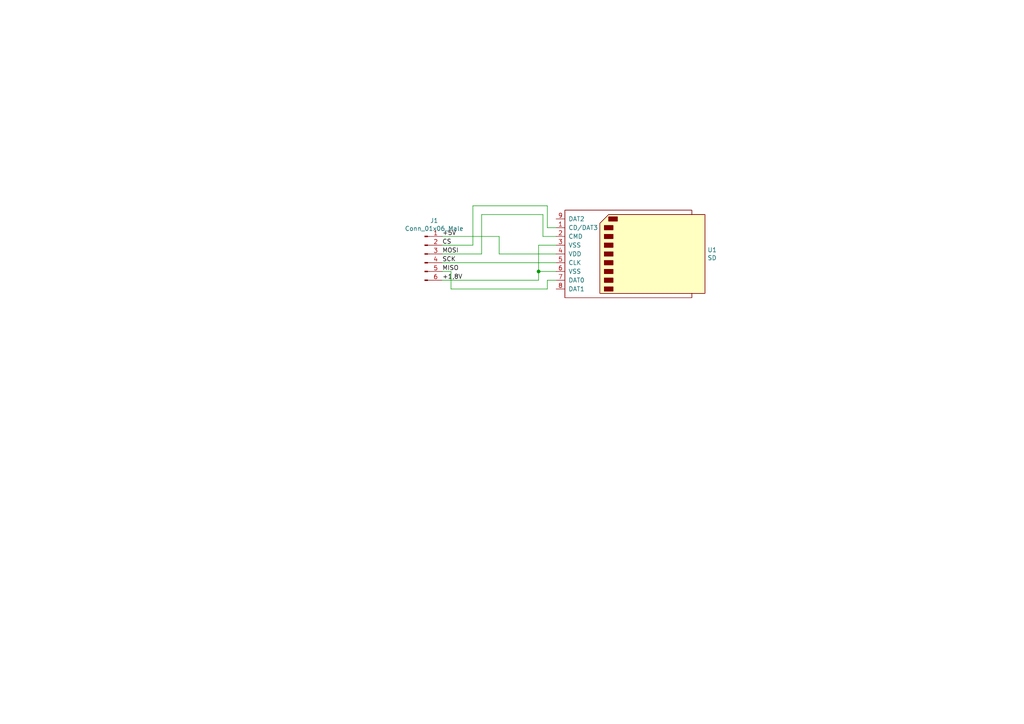
<source format=kicad_sch>
(kicad_sch (version 20211123) (generator eeschema)
  (paper "A4")
  (lib_symbols
    (symbol "Connector:Conn_01x06_Male" (pin_names (offset 1.016) hide)
      (property "Reference" "J" (at 0 7.62 0))
      (property "Value" "Conn_01x06_Male" (at 0 -10.16 0))
      (symbol "Conn_01x06_Male_1_1"
        (polyline (pts (xy 1.27 -7.62) (xy 0.8636 -7.62)) (stroke (width 0.1524)))
        (polyline (pts (xy 1.27 -5.08) (xy 0.8636 -5.08)) (stroke (width 0.1524)))
        (polyline (pts (xy 1.27 -2.54) (xy 0.8636 -2.54)) (stroke (width 0.1524)))
        (polyline (pts (xy 1.27 0) (xy 0.8636 0)) (stroke (width 0.1524)))
        (polyline (pts (xy 1.27 2.54) (xy 0.8636 2.54)) (stroke (width 0.1524)))
        (polyline (pts (xy 1.27 5.08) (xy 0.8636 5.08)) (stroke (width 0.1524)))
        (rectangle (start 0.8636 -7.493) (end 0 -7.747) (stroke (width 0.1524)) (fill (type outline)))
        (rectangle (start 0.8636 -4.953) (end 0 -5.207) (stroke (width 0.1524)) (fill (type outline)))
        (rectangle (start 0.8636 -2.413) (end 0 -2.667) (stroke (width 0.1524)) (fill (type outline)))
        (rectangle (start 0.8636 0.127) (end 0 -0.127) (stroke (width 0.1524)) (fill (type outline)))
        (rectangle (start 0.8636 2.667) (end 0 2.413) (stroke (width 0.1524)) (fill (type outline)))
        (rectangle (start 0.8636 5.207) (end 0 4.953) (stroke (width 0.1524)) (fill (type outline)))
        (pin passive line (at 5.08 5.08 180) (length 3.81) (name "Pin_1") (number "1"))
        (pin passive line (at 5.08 2.54 180) (length 3.81) (name "Pin_2") (number "2"))
        (pin passive line (at 5.08 0 180) (length 3.81) (name "Pin_3") (number "3"))
        (pin passive line (at 5.08 -2.54 180) (length 3.81) (name "Pin_4") (number "4"))
        (pin passive line (at 5.08 -5.08 180) (length 3.81) (name "Pin_5") (number "5"))
        (pin passive line (at 5.08 -7.62 180) (length 3.81) (name "Pin_6") (number "6"))
      )
    )
    (symbol "SD:SD" (pin_names (offset 1.016))
      (property "Reference" "U" (at 0 5.08 0))
      (property "Value" "SD" (at 0 7.62 0))
      (symbol "SD_0_1"
        (rectangle (start -8.89 -9.525) (end -6.35 -10.795) (fill (type outline)))
        (rectangle (start -8.89 -9.525) (end -6.35 -10.795) (fill (type outline)))
        (rectangle (start -8.89 -6.985) (end -6.35 -8.255) (fill (type outline)))
        (rectangle (start -8.89 -6.985) (end -6.35 -8.255) (fill (type outline)))
        (rectangle (start -8.89 -4.445) (end -6.35 -5.715) (fill (type outline)))
        (rectangle (start -8.89 -4.445) (end -6.35 -5.715) (fill (type outline)))
        (rectangle (start -8.89 -1.905) (end -6.35 -3.175) (fill (type outline)))
        (rectangle (start -8.89 -1.905) (end -6.35 -3.175) (fill (type outline)))
        (rectangle (start -8.89 0.635) (end -6.35 -0.635) (fill (type outline)))
        (rectangle (start -8.89 0.635) (end -6.35 -0.635) (fill (type outline)))
        (rectangle (start -8.89 3.175) (end -6.35 1.905) (fill (type outline)))
        (rectangle (start -8.89 3.175) (end -6.35 1.905) (fill (type outline)))
        (rectangle (start -8.89 5.715) (end -6.35 4.445) (fill (type outline)))
        (rectangle (start -8.89 5.715) (end -6.35 4.445) (fill (type outline)))
        (rectangle (start -8.89 8.255) (end -6.35 6.985) (fill (type outline)))
        (rectangle (start -8.89 8.255) (end -6.35 6.985) (fill (type outline)))
        (rectangle (start -7.62 10.795) (end -5.08 9.525) (fill (type outline)))
        (rectangle (start -7.62 10.795) (end -5.08 9.525) (fill (type outline)))
        (polyline (pts (xy -10.16 8.89) (xy -7.62 11.43) (xy 20.32 11.43) (xy 20.32 -11.43) (xy -10.16 -11.43) (xy -10.16 8.89)) (fill (type background)))
        (polyline (pts (xy -10.16 8.89) (xy -7.62 11.43) (xy 20.32 11.43) (xy 20.32 -11.43) (xy -10.16 -11.43) (xy -10.16 8.89)) (fill (type background)))
        (polyline (pts (xy 16.51 11.43) (xy 16.51 12.7) (xy -20.32 12.7) (xy -20.32 -12.7) (xy 16.51 -12.7) (xy 16.51 -11.43)))
        (polyline (pts (xy 16.51 11.43) (xy 16.51 12.7) (xy -20.32 12.7) (xy -20.32 -12.7) (xy 16.51 -12.7) (xy 16.51 -11.43)))
      )
      (symbol "SD_1_1"
        (pin input line (at -22.86 7.62 0) (length 2.54) (name "CD/DAT3") (number "1"))
        (pin input line (at -22.86 5.08 0) (length 2.54) (name "CMD") (number "2"))
        (pin power_in line (at -22.86 2.54 0) (length 2.54) (name "VSS") (number "3"))
        (pin power_in line (at -22.86 0 0) (length 2.54) (name "VDD") (number "4"))
        (pin input line (at -22.86 -2.54 0) (length 2.54) (name "CLK") (number "5"))
        (pin power_in line (at -22.86 -5.08 0) (length 2.54) (name "VSS") (number "6"))
        (pin input line (at -22.86 -7.62 0) (length 2.54) (name "DAT0") (number "7"))
        (pin input line (at -22.86 -10.16 0) (length 2.54) (name "DAT1") (number "8"))
        (pin input line (at -22.86 10.16 0) (length 2.54) (name "DAT2") (number "9"))
      )
    )
  )
  (junction (at 156.21 78.74))
  (wire (pts (xy 158.75 59.69) (xy 158.75 66.04)))
  (wire (pts (xy 161.29 78.74) (xy 156.21 78.74)))
  (wire (pts (xy 156.21 78.74) (xy 156.21 81.28)))
  (wire (pts (xy 139.7 73.66) (xy 128.27 73.66)))
  (wire (pts (xy 144.78 68.58) (xy 144.78 73.66)))
  (wire (pts (xy 158.75 81.28) (xy 158.75 83.82)))
  (wire (pts (xy 156.21 71.12) (xy 161.29 71.12)))
  (wire (pts (xy 161.29 73.66) (xy 144.78 73.66)))
  (wire (pts (xy 139.7 62.23) (xy 139.7 73.66)))
  (wire (pts (xy 156.21 71.12) (xy 156.21 78.74)))
  (wire (pts (xy 137.16 71.12) (xy 128.27 71.12)))
  (wire (pts (xy 144.78 68.58) (xy 128.27 68.58)))
  (wire (pts (xy 137.16 59.69) (xy 137.16 71.12)))
  (wire (pts (xy 158.75 66.04) (xy 161.29 66.04)))
  (wire (pts (xy 128.27 76.2) (xy 161.29 76.2)))
  (wire (pts (xy 158.75 83.82) (xy 130.81 83.82)))
  (wire (pts (xy 128.27 81.28) (xy 156.21 81.28)))
  (wire (pts (xy 130.81 78.74) (xy 128.27 78.74)))
  (wire (pts (xy 157.48 68.58) (xy 161.29 68.58)))
  (wire (pts (xy 130.81 83.82) (xy 130.81 78.74)))
  (wire (pts (xy 137.16 59.69) (xy 158.75 59.69)))
  (wire (pts (xy 161.29 81.28) (xy 158.75 81.28)))
  (wire (pts (xy 139.7 62.23) (xy 157.48 62.23)))
  (wire (pts (xy 157.48 62.23) (xy 157.48 68.58)))
  (label "MISO" (at 128.27 78.74 0))
  (label "+1,8V" (at 128.27 81.28 0))
  (label "CS" (at 128.27 71.12 0))
  (label "SCK" (at 128.27 76.2 0))
  (label "+5V" (at 128.27 68.58 0))
  (label "MOSI" (at 128.27 73.66 0))
  (symbol (lib_id "SD:SD") (at 184.15 73.66 0) (unit 1)
    (property "Reference" "U1" (at 205.1812 72.4916 0) (effects (justify left)))
    (property "Value" "SD" (at 205.1812 74.803 0) (effects (justify left)))
    (property "Footprint" "Connector_Card:SD_Kyocera_145638009511859+" (effects hide))
  )
  (symbol (lib_id "Connector:Conn_01x06_Male") (at 123.19 73.66 0) (unit 1)
    (property "Reference" "J1" (at 125.9332 63.9826 0))
    (property "Value" "Conn_01x06_Male" (at 125.9332 66.294 0))
    (property "Footprint" "Connector_PinHeader_2.54mm:PinHeader_1x06_P2.54mm_Vertical" (effects hide))
  )
)
</source>
